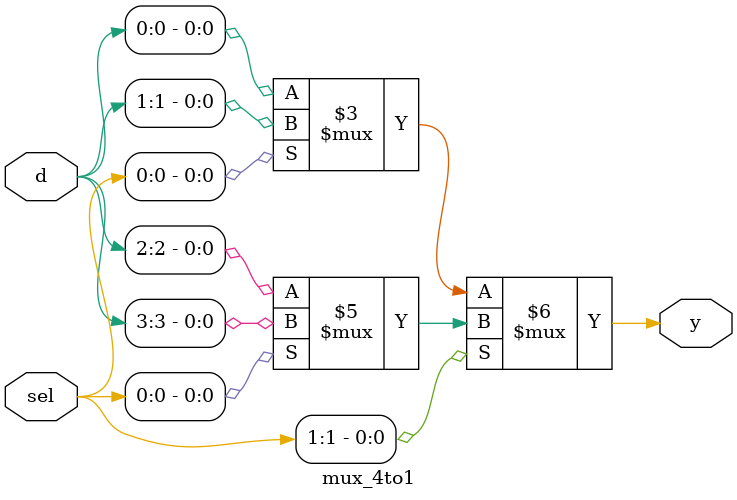
<source format=v>
`timescale 1ns / 1ps


module mux_4to1(
input [3:0]d,
input [1:0]sel,
output y
    );
    
assign y = (sel[1] == 1'b0) ?
           (
             (sel[0] == 1'b0) ? d[0] : d[1]
           ) :
           (
             (sel[0] == 1'b0) ? d[2] : d[3]
           );
    
endmodule

</source>
